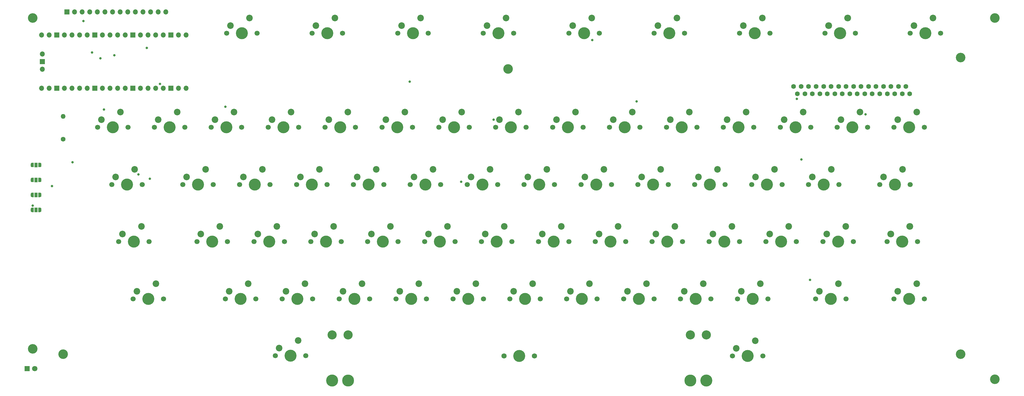
<source format=gts>
G04 #@! TF.GenerationSoftware,KiCad,Pcbnew,5.1.9+dfsg1-1*
G04 #@! TF.CreationDate,2022-01-21T12:18:13+01:00*
G04 #@! TF.ProjectId,Atari130MX,41746172-6931-4333-904d-582e6b696361,Jan 2022*
G04 #@! TF.SameCoordinates,Original*
G04 #@! TF.FileFunction,Soldermask,Top*
G04 #@! TF.FilePolarity,Negative*
%FSLAX46Y46*%
G04 Gerber Fmt 4.6, Leading zero omitted, Abs format (unit mm)*
G04 Created by KiCad (PCBNEW 5.1.9+dfsg1-1) date 2022-01-21 12:18:13*
%MOMM*%
%LPD*%
G01*
G04 APERTURE LIST*
%ADD10O,1.700000X1.700000*%
%ADD11R,1.700000X1.700000*%
%ADD12C,2.200000*%
%ADD13C,4.000000*%
%ADD14C,1.700000*%
%ADD15R,1.000000X1.500000*%
%ADD16C,0.100000*%
%ADD17C,1.600000*%
%ADD18O,1.600000X1.600000*%
%ADD19C,1.800000*%
%ADD20R,1.800000X1.800000*%
%ADD21C,3.200000*%
%ADD22C,3.987800*%
%ADD23C,1.750000*%
%ADD24C,3.048000*%
%ADD25C,3.050000*%
%ADD26C,0.800000*%
G04 APERTURE END LIST*
D10*
X78290000Y-51000000D03*
X75750000Y-51000000D03*
D11*
X73210000Y-51000000D03*
D10*
X70670000Y-51000000D03*
X68130000Y-51000000D03*
X65590000Y-51000000D03*
X63050000Y-51000000D03*
D11*
X60510000Y-51000000D03*
D10*
X57970000Y-51000000D03*
X55430000Y-51000000D03*
X52890000Y-51000000D03*
X50350000Y-51000000D03*
D11*
X47810000Y-51000000D03*
D10*
X45270000Y-51000000D03*
X42730000Y-51000000D03*
X40190000Y-51000000D03*
X37650000Y-51000000D03*
D11*
X35110000Y-51000000D03*
D10*
X32570000Y-51000000D03*
X30030000Y-51000000D03*
X30030000Y-33220000D03*
X32570000Y-33220000D03*
D11*
X35110000Y-33220000D03*
D10*
X37650000Y-33220000D03*
X40190000Y-33220000D03*
X42730000Y-33220000D03*
X45270000Y-33220000D03*
D11*
X47810000Y-33220000D03*
D10*
X50350000Y-33220000D03*
X52890000Y-33220000D03*
X55430000Y-33220000D03*
X57970000Y-33220000D03*
D11*
X60510000Y-33220000D03*
D10*
X63050000Y-33220000D03*
X65590000Y-33220000D03*
X68130000Y-33220000D03*
X70670000Y-33220000D03*
D11*
X73210000Y-33220000D03*
D10*
X75750000Y-33220000D03*
X78290000Y-33220000D03*
X30260000Y-44650000D03*
D11*
X30260000Y-42110000D03*
D10*
X30260000Y-39570000D03*
D12*
X319950000Y-97150000D03*
D13*
X317410000Y-102230000D03*
D14*
X312330000Y-102230000D03*
X322490000Y-102230000D03*
D12*
X313600000Y-99690000D03*
D13*
X317400000Y-102230000D03*
D12*
X313590000Y-99690000D03*
X319940000Y-97150000D03*
X56300000Y-58990000D03*
D13*
X53760000Y-64070000D03*
D14*
X48680000Y-64070000D03*
X58840000Y-64070000D03*
D12*
X49950000Y-61530000D03*
D13*
X53760000Y-64060000D03*
D12*
X49950000Y-61520000D03*
X56300000Y-58980000D03*
X170300000Y-58990000D03*
D13*
X167760000Y-64070000D03*
D14*
X162680000Y-64070000D03*
X172840000Y-64070000D03*
D12*
X163950000Y-61530000D03*
D13*
X167760000Y-64060000D03*
D12*
X163950000Y-61520000D03*
X170300000Y-58980000D03*
X99000000Y-116260000D03*
D13*
X96460000Y-121340000D03*
D14*
X91380000Y-121340000D03*
X101540000Y-121340000D03*
D12*
X92650000Y-118800000D03*
D13*
X96460000Y-121330000D03*
D12*
X92650000Y-118790000D03*
X99000000Y-116250000D03*
X179760000Y-78090000D03*
D13*
X177220000Y-83170000D03*
D14*
X172140000Y-83170000D03*
X182300000Y-83170000D03*
D12*
X173410000Y-80630000D03*
D13*
X177220000Y-83160000D03*
D12*
X173410000Y-80620000D03*
X179760000Y-78080000D03*
X118000000Y-116260000D03*
D13*
X115460000Y-121340000D03*
D14*
X110380000Y-121340000D03*
X120540000Y-121340000D03*
D12*
X111650000Y-118800000D03*
D13*
X115460000Y-121330000D03*
D12*
X111650000Y-118790000D03*
X118000000Y-116250000D03*
X103760000Y-78090000D03*
D13*
X101220000Y-83170000D03*
D14*
X96140000Y-83170000D03*
X106300000Y-83170000D03*
D12*
X97410000Y-80630000D03*
D13*
X101220000Y-83160000D03*
D12*
X97410000Y-80620000D03*
X103760000Y-78080000D03*
X156000000Y-116260000D03*
D13*
X153460000Y-121340000D03*
D14*
X148380000Y-121340000D03*
X158540000Y-121340000D03*
D12*
X149650000Y-118800000D03*
D13*
X153460000Y-121330000D03*
D12*
X149650000Y-118790000D03*
X156000000Y-116250000D03*
X198760000Y-78090000D03*
D13*
X196220000Y-83170000D03*
D14*
X191140000Y-83170000D03*
X201300000Y-83170000D03*
D12*
X192410000Y-80630000D03*
D13*
X196220000Y-83160000D03*
D12*
X192410000Y-80620000D03*
X198760000Y-78080000D03*
X160760000Y-78090000D03*
D13*
X158220000Y-83170000D03*
D14*
X153140000Y-83170000D03*
X163300000Y-83170000D03*
D12*
X154410000Y-80630000D03*
D13*
X158220000Y-83160000D03*
D12*
X154410000Y-80620000D03*
X160760000Y-78080000D03*
X298540000Y-97160000D03*
D13*
X296000000Y-102240000D03*
D14*
X290920000Y-102240000D03*
X301080000Y-102240000D03*
D12*
X292190000Y-99700000D03*
D13*
X296000000Y-102230000D03*
D12*
X292190000Y-99690000D03*
X298540000Y-97150000D03*
X270000000Y-116260000D03*
D13*
X267460000Y-121340000D03*
D14*
X262380000Y-121340000D03*
X272540000Y-121340000D03*
D12*
X263650000Y-118800000D03*
D13*
X267460000Y-121330000D03*
D12*
X263650000Y-118790000D03*
X270000000Y-116250000D03*
X260540000Y-97160000D03*
D13*
X258000000Y-102240000D03*
D14*
X252920000Y-102240000D03*
X263080000Y-102240000D03*
D12*
X254190000Y-99700000D03*
D13*
X258000000Y-102230000D03*
D12*
X254190000Y-99690000D03*
X260540000Y-97150000D03*
X108540000Y-97160000D03*
D13*
X106000000Y-102240000D03*
D14*
X100920000Y-102240000D03*
X111080000Y-102240000D03*
D12*
X102190000Y-99700000D03*
D13*
X106000000Y-102230000D03*
D12*
X102190000Y-99690000D03*
X108540000Y-97150000D03*
X141760000Y-78090000D03*
D13*
X139220000Y-83170000D03*
D14*
X134140000Y-83170000D03*
X144300000Y-83170000D03*
D12*
X135410000Y-80630000D03*
D13*
X139220000Y-83160000D03*
D12*
X135410000Y-80620000D03*
X141760000Y-78080000D03*
X84760000Y-78090000D03*
D13*
X82220000Y-83170000D03*
D14*
X77140000Y-83170000D03*
X87300000Y-83170000D03*
D12*
X78410000Y-80630000D03*
D13*
X82220000Y-83160000D03*
D12*
X78410000Y-80620000D03*
X84760000Y-78080000D03*
X279540000Y-97160000D03*
D13*
X277000000Y-102240000D03*
D14*
X271920000Y-102240000D03*
X282080000Y-102240000D03*
D12*
X273190000Y-99700000D03*
D13*
X277000000Y-102230000D03*
D12*
X273190000Y-99690000D03*
X279540000Y-97150000D03*
X251000000Y-116260000D03*
D13*
X248460000Y-121340000D03*
D14*
X243380000Y-121340000D03*
X253540000Y-121340000D03*
D12*
X244650000Y-118800000D03*
D13*
X248460000Y-121330000D03*
D12*
X244650000Y-118790000D03*
X251000000Y-116250000D03*
X255760000Y-78090000D03*
D13*
X253220000Y-83170000D03*
D14*
X248140000Y-83170000D03*
X258300000Y-83170000D03*
D12*
X249410000Y-80630000D03*
D13*
X253220000Y-83160000D03*
D12*
X249410000Y-80620000D03*
X255760000Y-78080000D03*
X236760000Y-78090000D03*
D13*
X234220000Y-83170000D03*
D14*
X229140000Y-83170000D03*
X239300000Y-83170000D03*
D12*
X230410000Y-80630000D03*
D13*
X234220000Y-83160000D03*
D12*
X230410000Y-80620000D03*
X236760000Y-78080000D03*
X194000000Y-116260000D03*
D13*
X191460000Y-121340000D03*
D14*
X186380000Y-121340000D03*
X196540000Y-121340000D03*
D12*
X187650000Y-118800000D03*
D13*
X191460000Y-121330000D03*
D12*
X187650000Y-118790000D03*
X194000000Y-116250000D03*
X213000000Y-116260000D03*
D13*
X210460000Y-121340000D03*
D14*
X205380000Y-121340000D03*
X215540000Y-121340000D03*
D12*
X206650000Y-118800000D03*
D13*
X210460000Y-121330000D03*
D12*
X206650000Y-118790000D03*
X213000000Y-116250000D03*
X265300000Y-58990000D03*
D13*
X262760000Y-64070000D03*
D14*
X257680000Y-64070000D03*
X267840000Y-64070000D03*
D12*
X258950000Y-61530000D03*
D13*
X262760000Y-64060000D03*
D12*
X258950000Y-61520000D03*
X265300000Y-58980000D03*
X241540000Y-97160000D03*
D13*
X239000000Y-102240000D03*
D14*
X233920000Y-102240000D03*
X244080000Y-102240000D03*
D12*
X235190000Y-99700000D03*
D13*
X239000000Y-102230000D03*
D12*
X235190000Y-99690000D03*
X241540000Y-97150000D03*
X222540000Y-97160000D03*
D13*
X220000000Y-102240000D03*
D14*
X214920000Y-102240000D03*
X225080000Y-102240000D03*
D12*
X216190000Y-99700000D03*
D13*
X220000000Y-102230000D03*
D12*
X216190000Y-99690000D03*
X222540000Y-97150000D03*
X203540000Y-97160000D03*
D13*
X201000000Y-102240000D03*
D14*
X195920000Y-102240000D03*
X206080000Y-102240000D03*
D12*
X197190000Y-99700000D03*
D13*
X201000000Y-102230000D03*
D12*
X197190000Y-99690000D03*
X203540000Y-97150000D03*
X322300000Y-116260000D03*
D13*
X319760000Y-121340000D03*
D14*
X314680000Y-121340000D03*
X324840000Y-121340000D03*
D12*
X315950000Y-118800000D03*
D13*
X319760000Y-121330000D03*
D12*
X315950000Y-118790000D03*
X322300000Y-116250000D03*
X217760000Y-78090000D03*
D13*
X215220000Y-83170000D03*
D14*
X210140000Y-83170000D03*
X220300000Y-83170000D03*
D12*
X211410000Y-80630000D03*
D13*
X215220000Y-83160000D03*
D12*
X211410000Y-80620000D03*
X217760000Y-78080000D03*
X184540000Y-97160000D03*
D13*
X182000000Y-102240000D03*
D14*
X176920000Y-102240000D03*
X187080000Y-102240000D03*
D12*
X178190000Y-99700000D03*
D13*
X182000000Y-102230000D03*
D12*
X178190000Y-99690000D03*
X184540000Y-97150000D03*
X284300000Y-58990000D03*
D13*
X281760000Y-64070000D03*
D14*
X276680000Y-64070000D03*
X286840000Y-64070000D03*
D12*
X277950000Y-61530000D03*
D13*
X281760000Y-64060000D03*
D12*
X277950000Y-61520000D03*
X284300000Y-58980000D03*
X165540000Y-97160000D03*
D13*
X163000000Y-102240000D03*
D14*
X157920000Y-102240000D03*
X168080000Y-102240000D03*
D12*
X159190000Y-99700000D03*
D13*
X163000000Y-102230000D03*
D12*
X159190000Y-99690000D03*
X165540000Y-97150000D03*
X293760000Y-78090000D03*
D13*
X291220000Y-83170000D03*
D14*
X286140000Y-83170000D03*
X296300000Y-83170000D03*
D12*
X287410000Y-80630000D03*
D13*
X291220000Y-83160000D03*
D12*
X287410000Y-80620000D03*
X293760000Y-78080000D03*
X122760000Y-78090000D03*
D13*
X120220000Y-83170000D03*
D14*
X115140000Y-83170000D03*
X125300000Y-83170000D03*
D12*
X116410000Y-80630000D03*
D13*
X120220000Y-83160000D03*
D12*
X116410000Y-80620000D03*
X122760000Y-78080000D03*
X303300000Y-58990000D03*
D13*
X300760000Y-64070000D03*
D14*
X295680000Y-64070000D03*
X305840000Y-64070000D03*
D12*
X296950000Y-61530000D03*
D13*
X300760000Y-64060000D03*
D12*
X296950000Y-61520000D03*
X303300000Y-58980000D03*
X274760000Y-78090000D03*
D13*
X272220000Y-83170000D03*
D14*
X267140000Y-83170000D03*
X277300000Y-83170000D03*
D12*
X268410000Y-80630000D03*
D13*
X272220000Y-83160000D03*
D12*
X268410000Y-80620000D03*
X274760000Y-78080000D03*
X127540000Y-97160000D03*
D13*
X125000000Y-102240000D03*
D14*
X119920000Y-102240000D03*
X130080000Y-102240000D03*
D12*
X121190000Y-99700000D03*
D13*
X125000000Y-102230000D03*
D12*
X121190000Y-99690000D03*
X127540000Y-97150000D03*
X232000000Y-116260000D03*
D13*
X229460000Y-121340000D03*
D14*
X224380000Y-121340000D03*
X234540000Y-121340000D03*
D12*
X225650000Y-118800000D03*
D13*
X229460000Y-121330000D03*
D12*
X225650000Y-118790000D03*
X232000000Y-116250000D03*
X137000000Y-116260000D03*
D13*
X134460000Y-121340000D03*
D14*
X129380000Y-121340000D03*
X139540000Y-121340000D03*
D12*
X130650000Y-118800000D03*
D13*
X134460000Y-121330000D03*
D12*
X130650000Y-118790000D03*
X137000000Y-116250000D03*
X322300000Y-58990000D03*
D13*
X319760000Y-64070000D03*
D14*
X314680000Y-64070000D03*
X324840000Y-64070000D03*
D12*
X315950000Y-61530000D03*
D13*
X319760000Y-64060000D03*
D12*
X315950000Y-61520000D03*
X322300000Y-58980000D03*
X175000000Y-116260000D03*
D13*
X172460000Y-121340000D03*
D14*
X167380000Y-121340000D03*
X177540000Y-121340000D03*
D12*
X168650000Y-118800000D03*
D13*
X172460000Y-121330000D03*
D12*
X168650000Y-118790000D03*
X175000000Y-116250000D03*
X89540000Y-97160000D03*
D13*
X87000000Y-102240000D03*
D14*
X81920000Y-102240000D03*
X92080000Y-102240000D03*
D12*
X83190000Y-99700000D03*
D13*
X87000000Y-102230000D03*
D12*
X83190000Y-99690000D03*
X89540000Y-97150000D03*
X227300000Y-58990000D03*
D13*
X224760000Y-64070000D03*
D14*
X219680000Y-64070000D03*
X229840000Y-64070000D03*
D12*
X220950000Y-61530000D03*
D13*
X224760000Y-64060000D03*
D12*
X220950000Y-61520000D03*
X227300000Y-58980000D03*
X208300000Y-58990000D03*
D13*
X205760000Y-64070000D03*
D14*
X200680000Y-64070000D03*
X210840000Y-64070000D03*
D12*
X201950000Y-61530000D03*
D13*
X205760000Y-64060000D03*
D12*
X201950000Y-61520000D03*
X208300000Y-58980000D03*
X189300000Y-58990000D03*
D13*
X186760000Y-64070000D03*
D14*
X181680000Y-64070000D03*
X191840000Y-64070000D03*
D12*
X182950000Y-61530000D03*
D13*
X186760000Y-64060000D03*
D12*
X182950000Y-61520000D03*
X189300000Y-58980000D03*
X151300000Y-58990000D03*
D13*
X148760000Y-64070000D03*
D14*
X143680000Y-64070000D03*
X153840000Y-64070000D03*
D12*
X144950000Y-61530000D03*
D13*
X148760000Y-64060000D03*
D12*
X144950000Y-61520000D03*
X151300000Y-58980000D03*
X132300000Y-58990000D03*
D13*
X129760000Y-64070000D03*
D14*
X124680000Y-64070000D03*
X134840000Y-64070000D03*
D12*
X125950000Y-61530000D03*
D13*
X129760000Y-64060000D03*
D12*
X125950000Y-61520000D03*
X132300000Y-58980000D03*
X113300000Y-58990000D03*
D13*
X110760000Y-64070000D03*
D14*
X105680000Y-64070000D03*
X115840000Y-64070000D03*
D12*
X106950000Y-61530000D03*
D13*
X110760000Y-64060000D03*
D12*
X106950000Y-61520000D03*
X113300000Y-58980000D03*
X94300000Y-58990000D03*
D13*
X91760000Y-64070000D03*
D14*
X86680000Y-64070000D03*
X96840000Y-64070000D03*
D12*
X87950000Y-61530000D03*
D13*
X91760000Y-64060000D03*
D12*
X87950000Y-61520000D03*
X94300000Y-58980000D03*
X75300000Y-58990000D03*
D13*
X72760000Y-64070000D03*
D14*
X67680000Y-64070000D03*
X77840000Y-64070000D03*
D12*
X68950000Y-61530000D03*
D13*
X72760000Y-64060000D03*
D12*
X68950000Y-61520000D03*
X75300000Y-58980000D03*
X246300000Y-58990000D03*
D13*
X243760000Y-64070000D03*
D14*
X238680000Y-64070000D03*
X248840000Y-64070000D03*
D12*
X239950000Y-61530000D03*
D13*
X243760000Y-64060000D03*
D12*
X239950000Y-61520000D03*
X246300000Y-58980000D03*
X146540000Y-97160000D03*
D13*
X144000000Y-102240000D03*
D14*
X138920000Y-102240000D03*
X149080000Y-102240000D03*
D12*
X140190000Y-99700000D03*
D13*
X144000000Y-102230000D03*
D12*
X140190000Y-99690000D03*
X146540000Y-97150000D03*
D15*
X28160000Y-76610000D03*
D16*
G36*
X29460000Y-75860602D02*
G01*
X29484534Y-75860602D01*
X29533365Y-75865412D01*
X29581490Y-75874984D01*
X29628445Y-75889228D01*
X29673778Y-75908005D01*
X29717051Y-75931136D01*
X29757850Y-75958396D01*
X29795779Y-75989524D01*
X29830476Y-76024221D01*
X29861604Y-76062150D01*
X29888864Y-76102949D01*
X29911995Y-76146222D01*
X29930772Y-76191555D01*
X29945016Y-76238510D01*
X29954588Y-76286635D01*
X29959398Y-76335466D01*
X29959398Y-76360000D01*
X29960000Y-76360000D01*
X29960000Y-76860000D01*
X29959398Y-76860000D01*
X29959398Y-76884534D01*
X29954588Y-76933365D01*
X29945016Y-76981490D01*
X29930772Y-77028445D01*
X29911995Y-77073778D01*
X29888864Y-77117051D01*
X29861604Y-77157850D01*
X29830476Y-77195779D01*
X29795779Y-77230476D01*
X29757850Y-77261604D01*
X29717051Y-77288864D01*
X29673778Y-77311995D01*
X29628445Y-77330772D01*
X29581490Y-77345016D01*
X29533365Y-77354588D01*
X29484534Y-77359398D01*
X29460000Y-77359398D01*
X29460000Y-77360000D01*
X28910000Y-77360000D01*
X28910000Y-75860000D01*
X29460000Y-75860000D01*
X29460000Y-75860602D01*
G37*
G36*
X27410000Y-77360000D02*
G01*
X26860000Y-77360000D01*
X26860000Y-77359398D01*
X26835466Y-77359398D01*
X26786635Y-77354588D01*
X26738510Y-77345016D01*
X26691555Y-77330772D01*
X26646222Y-77311995D01*
X26602949Y-77288864D01*
X26562150Y-77261604D01*
X26524221Y-77230476D01*
X26489524Y-77195779D01*
X26458396Y-77157850D01*
X26431136Y-77117051D01*
X26408005Y-77073778D01*
X26389228Y-77028445D01*
X26374984Y-76981490D01*
X26365412Y-76933365D01*
X26360602Y-76884534D01*
X26360602Y-76860000D01*
X26360000Y-76860000D01*
X26360000Y-76360000D01*
X26360602Y-76360000D01*
X26360602Y-76335466D01*
X26365412Y-76286635D01*
X26374984Y-76238510D01*
X26389228Y-76191555D01*
X26408005Y-76146222D01*
X26431136Y-76102949D01*
X26458396Y-76062150D01*
X26489524Y-76024221D01*
X26524221Y-75989524D01*
X26562150Y-75958396D01*
X26602949Y-75931136D01*
X26646222Y-75908005D01*
X26691555Y-75889228D01*
X26738510Y-75874984D01*
X26786635Y-75865412D01*
X26835466Y-75860602D01*
X26860000Y-75860602D01*
X26860000Y-75860000D01*
X27410000Y-75860000D01*
X27410000Y-77360000D01*
G37*
D15*
X28160000Y-81610000D03*
D16*
G36*
X29460000Y-80860602D02*
G01*
X29484534Y-80860602D01*
X29533365Y-80865412D01*
X29581490Y-80874984D01*
X29628445Y-80889228D01*
X29673778Y-80908005D01*
X29717051Y-80931136D01*
X29757850Y-80958396D01*
X29795779Y-80989524D01*
X29830476Y-81024221D01*
X29861604Y-81062150D01*
X29888864Y-81102949D01*
X29911995Y-81146222D01*
X29930772Y-81191555D01*
X29945016Y-81238510D01*
X29954588Y-81286635D01*
X29959398Y-81335466D01*
X29959398Y-81360000D01*
X29960000Y-81360000D01*
X29960000Y-81860000D01*
X29959398Y-81860000D01*
X29959398Y-81884534D01*
X29954588Y-81933365D01*
X29945016Y-81981490D01*
X29930772Y-82028445D01*
X29911995Y-82073778D01*
X29888864Y-82117051D01*
X29861604Y-82157850D01*
X29830476Y-82195779D01*
X29795779Y-82230476D01*
X29757850Y-82261604D01*
X29717051Y-82288864D01*
X29673778Y-82311995D01*
X29628445Y-82330772D01*
X29581490Y-82345016D01*
X29533365Y-82354588D01*
X29484534Y-82359398D01*
X29460000Y-82359398D01*
X29460000Y-82360000D01*
X28910000Y-82360000D01*
X28910000Y-80860000D01*
X29460000Y-80860000D01*
X29460000Y-80860602D01*
G37*
G36*
X27410000Y-82360000D02*
G01*
X26860000Y-82360000D01*
X26860000Y-82359398D01*
X26835466Y-82359398D01*
X26786635Y-82354588D01*
X26738510Y-82345016D01*
X26691555Y-82330772D01*
X26646222Y-82311995D01*
X26602949Y-82288864D01*
X26562150Y-82261604D01*
X26524221Y-82230476D01*
X26489524Y-82195779D01*
X26458396Y-82157850D01*
X26431136Y-82117051D01*
X26408005Y-82073778D01*
X26389228Y-82028445D01*
X26374984Y-81981490D01*
X26365412Y-81933365D01*
X26360602Y-81884534D01*
X26360602Y-81860000D01*
X26360000Y-81860000D01*
X26360000Y-81360000D01*
X26360602Y-81360000D01*
X26360602Y-81335466D01*
X26365412Y-81286635D01*
X26374984Y-81238510D01*
X26389228Y-81191555D01*
X26408005Y-81146222D01*
X26431136Y-81102949D01*
X26458396Y-81062150D01*
X26489524Y-81024221D01*
X26524221Y-80989524D01*
X26562150Y-80958396D01*
X26602949Y-80931136D01*
X26646222Y-80908005D01*
X26691555Y-80889228D01*
X26738510Y-80874984D01*
X26786635Y-80865412D01*
X26835466Y-80860602D01*
X26860000Y-80860602D01*
X26860000Y-80860000D01*
X27410000Y-80860000D01*
X27410000Y-82360000D01*
G37*
D15*
X28160000Y-91610000D03*
D16*
G36*
X29460000Y-90860602D02*
G01*
X29484534Y-90860602D01*
X29533365Y-90865412D01*
X29581490Y-90874984D01*
X29628445Y-90889228D01*
X29673778Y-90908005D01*
X29717051Y-90931136D01*
X29757850Y-90958396D01*
X29795779Y-90989524D01*
X29830476Y-91024221D01*
X29861604Y-91062150D01*
X29888864Y-91102949D01*
X29911995Y-91146222D01*
X29930772Y-91191555D01*
X29945016Y-91238510D01*
X29954588Y-91286635D01*
X29959398Y-91335466D01*
X29959398Y-91360000D01*
X29960000Y-91360000D01*
X29960000Y-91860000D01*
X29959398Y-91860000D01*
X29959398Y-91884534D01*
X29954588Y-91933365D01*
X29945016Y-91981490D01*
X29930772Y-92028445D01*
X29911995Y-92073778D01*
X29888864Y-92117051D01*
X29861604Y-92157850D01*
X29830476Y-92195779D01*
X29795779Y-92230476D01*
X29757850Y-92261604D01*
X29717051Y-92288864D01*
X29673778Y-92311995D01*
X29628445Y-92330772D01*
X29581490Y-92345016D01*
X29533365Y-92354588D01*
X29484534Y-92359398D01*
X29460000Y-92359398D01*
X29460000Y-92360000D01*
X28910000Y-92360000D01*
X28910000Y-90860000D01*
X29460000Y-90860000D01*
X29460000Y-90860602D01*
G37*
G36*
X27410000Y-92360000D02*
G01*
X26860000Y-92360000D01*
X26860000Y-92359398D01*
X26835466Y-92359398D01*
X26786635Y-92354588D01*
X26738510Y-92345016D01*
X26691555Y-92330772D01*
X26646222Y-92311995D01*
X26602949Y-92288864D01*
X26562150Y-92261604D01*
X26524221Y-92230476D01*
X26489524Y-92195779D01*
X26458396Y-92157850D01*
X26431136Y-92117051D01*
X26408005Y-92073778D01*
X26389228Y-92028445D01*
X26374984Y-91981490D01*
X26365412Y-91933365D01*
X26360602Y-91884534D01*
X26360602Y-91860000D01*
X26360000Y-91860000D01*
X26360000Y-91360000D01*
X26360602Y-91360000D01*
X26360602Y-91335466D01*
X26365412Y-91286635D01*
X26374984Y-91238510D01*
X26389228Y-91191555D01*
X26408005Y-91146222D01*
X26431136Y-91102949D01*
X26458396Y-91062150D01*
X26489524Y-91024221D01*
X26524221Y-90989524D01*
X26562150Y-90958396D01*
X26602949Y-90931136D01*
X26646222Y-90908005D01*
X26691555Y-90889228D01*
X26738510Y-90874984D01*
X26786635Y-90865412D01*
X26835466Y-90860602D01*
X26860000Y-90860602D01*
X26860000Y-90860000D01*
X27410000Y-90860000D01*
X27410000Y-92360000D01*
G37*
D15*
X28160000Y-86610000D03*
D16*
G36*
X29460000Y-85860602D02*
G01*
X29484534Y-85860602D01*
X29533365Y-85865412D01*
X29581490Y-85874984D01*
X29628445Y-85889228D01*
X29673778Y-85908005D01*
X29717051Y-85931136D01*
X29757850Y-85958396D01*
X29795779Y-85989524D01*
X29830476Y-86024221D01*
X29861604Y-86062150D01*
X29888864Y-86102949D01*
X29911995Y-86146222D01*
X29930772Y-86191555D01*
X29945016Y-86238510D01*
X29954588Y-86286635D01*
X29959398Y-86335466D01*
X29959398Y-86360000D01*
X29960000Y-86360000D01*
X29960000Y-86860000D01*
X29959398Y-86860000D01*
X29959398Y-86884534D01*
X29954588Y-86933365D01*
X29945016Y-86981490D01*
X29930772Y-87028445D01*
X29911995Y-87073778D01*
X29888864Y-87117051D01*
X29861604Y-87157850D01*
X29830476Y-87195779D01*
X29795779Y-87230476D01*
X29757850Y-87261604D01*
X29717051Y-87288864D01*
X29673778Y-87311995D01*
X29628445Y-87330772D01*
X29581490Y-87345016D01*
X29533365Y-87354588D01*
X29484534Y-87359398D01*
X29460000Y-87359398D01*
X29460000Y-87360000D01*
X28910000Y-87360000D01*
X28910000Y-85860000D01*
X29460000Y-85860000D01*
X29460000Y-85860602D01*
G37*
G36*
X27410000Y-87360000D02*
G01*
X26860000Y-87360000D01*
X26860000Y-87359398D01*
X26835466Y-87359398D01*
X26786635Y-87354588D01*
X26738510Y-87345016D01*
X26691555Y-87330772D01*
X26646222Y-87311995D01*
X26602949Y-87288864D01*
X26562150Y-87261604D01*
X26524221Y-87230476D01*
X26489524Y-87195779D01*
X26458396Y-87157850D01*
X26431136Y-87117051D01*
X26408005Y-87073778D01*
X26389228Y-87028445D01*
X26374984Y-86981490D01*
X26365412Y-86933365D01*
X26360602Y-86884534D01*
X26360602Y-86860000D01*
X26360000Y-86860000D01*
X26360000Y-86360000D01*
X26360602Y-86360000D01*
X26360602Y-86335466D01*
X26365412Y-86286635D01*
X26374984Y-86238510D01*
X26389228Y-86191555D01*
X26408005Y-86146222D01*
X26431136Y-86102949D01*
X26458396Y-86062150D01*
X26489524Y-86024221D01*
X26524221Y-85989524D01*
X26562150Y-85958396D01*
X26602949Y-85931136D01*
X26646222Y-85908005D01*
X26691555Y-85889228D01*
X26738510Y-85874984D01*
X26786635Y-85865412D01*
X26835466Y-85860602D01*
X26860000Y-85860602D01*
X26860000Y-85860000D01*
X27410000Y-85860000D01*
X27410000Y-87360000D01*
G37*
D17*
X319910000Y-52860000D03*
X318660000Y-50360000D03*
X317410000Y-52860000D03*
X316160000Y-50360000D03*
X314910000Y-52860000D03*
X313660000Y-50360000D03*
X312410000Y-52860000D03*
X311160000Y-50360000D03*
X309910000Y-52860000D03*
X308660000Y-50360000D03*
X307410000Y-52860000D03*
X306160000Y-50360000D03*
X304910000Y-52860000D03*
X303660000Y-50360000D03*
X302410000Y-52860000D03*
X301160000Y-50360000D03*
X299910000Y-52860000D03*
X298660000Y-50360000D03*
X297410000Y-52860000D03*
X296160000Y-50360000D03*
X294910000Y-52860000D03*
X293660000Y-50360000D03*
X292410000Y-52860000D03*
X291160000Y-50360000D03*
X289910000Y-52860000D03*
X288660000Y-50360000D03*
X287410000Y-52860000D03*
X286160000Y-50360000D03*
X284910000Y-52860000D03*
X283660000Y-50360000D03*
X282410000Y-52860000D03*
X281160000Y-50360000D03*
D12*
X68150000Y-116250000D03*
D13*
X65610000Y-121330000D03*
D14*
X60530000Y-121330000D03*
X70690000Y-121330000D03*
D12*
X61800000Y-118790000D03*
D13*
X65610000Y-121330000D03*
D12*
X61800000Y-118790000D03*
X68150000Y-116250000D03*
X185135000Y-27520000D03*
D13*
X182595000Y-32600000D03*
D14*
X177515000Y-32600000D03*
X187675000Y-32600000D03*
D12*
X178785000Y-30060000D03*
X185125000Y-27530000D03*
D13*
X182585000Y-32610000D03*
D12*
X178775000Y-30070000D03*
X156560000Y-27520000D03*
D13*
X154020000Y-32600000D03*
D14*
X148940000Y-32600000D03*
X159100000Y-32600000D03*
D12*
X150210000Y-30060000D03*
X156550000Y-27530000D03*
D13*
X154010000Y-32610000D03*
D12*
X150200000Y-30070000D03*
X127985000Y-27520000D03*
D13*
X125445000Y-32600000D03*
D14*
X120365000Y-32600000D03*
X130525000Y-32600000D03*
D12*
X121635000Y-30060000D03*
X127975000Y-27530000D03*
D13*
X125435000Y-32610000D03*
D12*
X121625000Y-30070000D03*
X99410000Y-27520000D03*
D13*
X96870000Y-32600000D03*
D14*
X91790000Y-32600000D03*
X101950000Y-32600000D03*
D12*
X93060000Y-30060000D03*
X99400000Y-27530000D03*
D13*
X96860000Y-32610000D03*
D12*
X93050000Y-30070000D03*
D18*
X37220000Y-60425000D03*
D17*
X37220000Y-68045000D03*
D11*
X38440000Y-25500000D03*
D10*
X40980000Y-25500000D03*
X43520000Y-25500000D03*
X46060000Y-25500000D03*
X48600000Y-25500000D03*
X51140000Y-25500000D03*
X53680000Y-25500000D03*
X56220000Y-25500000D03*
X58760000Y-25500000D03*
X61300000Y-25500000D03*
X63840000Y-25500000D03*
X66380000Y-25500000D03*
X68920000Y-25500000D03*
X71460000Y-25500000D03*
D12*
X296125000Y-116240000D03*
D13*
X293585000Y-121320000D03*
D14*
X288505000Y-121320000D03*
X298665000Y-121320000D03*
D12*
X289775000Y-118780000D03*
D13*
X293585000Y-121330000D03*
D12*
X289775000Y-118790000D03*
X296125000Y-116250000D03*
X63340000Y-97140000D03*
D13*
X60800000Y-102220000D03*
D14*
X55720000Y-102220000D03*
X65880000Y-102220000D03*
D12*
X56990000Y-99680000D03*
D13*
X60800000Y-102230000D03*
D12*
X56990000Y-99690000D03*
X63340000Y-97150000D03*
X242210000Y-27520000D03*
D13*
X239670000Y-32600000D03*
D14*
X234590000Y-32600000D03*
X244750000Y-32600000D03*
D12*
X235860000Y-30060000D03*
X242200000Y-27530000D03*
D13*
X239660000Y-32610000D03*
D12*
X235850000Y-30070000D03*
X270710000Y-27520000D03*
D13*
X268170000Y-32600000D03*
D14*
X263090000Y-32600000D03*
X273250000Y-32600000D03*
D12*
X264360000Y-30060000D03*
X270700000Y-27530000D03*
D13*
X268160000Y-32610000D03*
D12*
X264350000Y-30070000D03*
X327710000Y-27520000D03*
D13*
X325170000Y-32600000D03*
D14*
X320090000Y-32600000D03*
X330250000Y-32600000D03*
D12*
X321360000Y-30060000D03*
X327700000Y-27530000D03*
D13*
X325160000Y-32610000D03*
D12*
X321350000Y-30070000D03*
X299210000Y-27520000D03*
D13*
X296670000Y-32600000D03*
D14*
X291590000Y-32600000D03*
X301750000Y-32600000D03*
D12*
X292860000Y-30060000D03*
X299200000Y-27530000D03*
D13*
X296660000Y-32610000D03*
D12*
X292850000Y-30070000D03*
X213710000Y-27520000D03*
D13*
X211170000Y-32600000D03*
D14*
X206090000Y-32600000D03*
X216250000Y-32600000D03*
D12*
X207360000Y-30060000D03*
X213700000Y-27530000D03*
D13*
X211160000Y-32610000D03*
D12*
X207350000Y-30070000D03*
D19*
X27700000Y-144610000D03*
D20*
X25160000Y-144610000D03*
D12*
X61050000Y-78060000D03*
D13*
X58510000Y-83140000D03*
D14*
X53430000Y-83140000D03*
X63590000Y-83140000D03*
D12*
X54700000Y-80600000D03*
D13*
X58520000Y-83160000D03*
D12*
X54710000Y-80620000D03*
X61060000Y-78080000D03*
X317550000Y-78060000D03*
D13*
X315010000Y-83140000D03*
D14*
X309930000Y-83140000D03*
X320090000Y-83140000D03*
D12*
X311200000Y-80600000D03*
D13*
X315020000Y-83160000D03*
D12*
X311210000Y-80620000D03*
X317560000Y-78080000D03*
D21*
X185810000Y-44550000D03*
X336940000Y-40740000D03*
X336940000Y-139800000D03*
X37220000Y-139800000D03*
X27010000Y-138020000D03*
X27010000Y-27530000D03*
X348320000Y-27530000D03*
X348320000Y-148180000D03*
D22*
X189490000Y-140380000D03*
D23*
X184410000Y-140380000D03*
X194570000Y-140380000D03*
D24*
X132340000Y-133395000D03*
X246640000Y-133395000D03*
D22*
X132340000Y-148635000D03*
X246640000Y-148635000D03*
D12*
X115700000Y-135270000D03*
D13*
X113160000Y-140350000D03*
D14*
X108080000Y-140350000D03*
X118240000Y-140350000D03*
D12*
X109350000Y-137810000D03*
D13*
X113160000Y-140340000D03*
D12*
X109350000Y-137800000D03*
X115700000Y-135260000D03*
X268300000Y-135300000D03*
D13*
X265760000Y-140380000D03*
D14*
X260680000Y-140380000D03*
X270840000Y-140380000D03*
D12*
X261950000Y-137840000D03*
D13*
X265760000Y-140370000D03*
D12*
X261950000Y-137830000D03*
X268300000Y-135290000D03*
D13*
X189490000Y-140360000D03*
D14*
X184410000Y-140360000D03*
X194570000Y-140360000D03*
D13*
X127030000Y-148600000D03*
D25*
X127030000Y-133360000D03*
X252030000Y-133360000D03*
D13*
X252030000Y-148600000D03*
D26*
X213913000Y-34940900D03*
X152949500Y-48782100D03*
X62329500Y-79800000D03*
X46828100Y-39057900D03*
X283720500Y-74759900D03*
X54289600Y-39962800D03*
X50803600Y-58097900D03*
X91384000Y-57215900D03*
X305203300Y-59700400D03*
X27069400Y-90165600D03*
X40291700Y-75736100D03*
X282193000Y-54578200D03*
X228753800Y-55404300D03*
X170121100Y-82193800D03*
X69511800Y-49552900D03*
X286650200Y-114979100D03*
X66181400Y-81221300D03*
X65102400Y-37497900D03*
X44000000Y-28563800D03*
X49655500Y-40994100D03*
X180948000Y-61483100D03*
X33488900Y-83698800D03*
M02*

</source>
